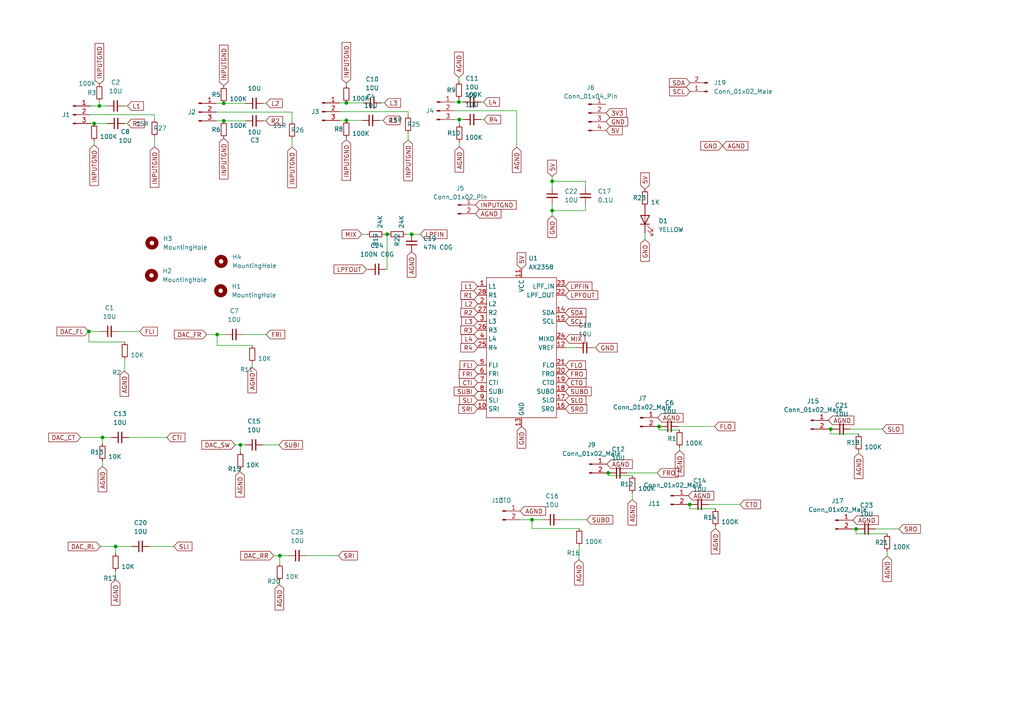
<source format=kicad_sch>
(kicad_sch (version 20230121) (generator eeschema)
  (paper "A4")
  (lib_symbols
    (symbol "Audio:AX2358"
      (property "Reference" "U" (at 0 0 0))
      (property "Value" "AX2358" (at 0 0 0))
      (symbol "AX2358_0_1"
        (polyline (pts (xy -10.16 50.8) (xy -10.16 12.7) (xy 10.16 12.7) (xy 10.16 53.34) (xy -10.16 53.34) (xy -10.16 50.8)))
      )
      (symbol "AX2358_1_1"
        (pin input line (at -12.7 50.8 0) (length 2.54) (name "L1") (number "1"))
        (pin input line (at -12.7 15.24 0) (length 2.54) (name "SRI") (number "10"))
        (pin input line (at 0 55.88 270) (length 2.54) (name "VCC") (number "11"))
        (pin output line (at 12.7 33.02 180) (length 2.54) (name "VREF") (number "12"))
        (pin input line (at 0 10.16 90) (length 2.54) (name "GND") (number "13"))
        (pin bidirectional line (at 12.7 43.18 180) (length 2.54) (name "SDA") (number "14"))
        (pin bidirectional line (at 12.7 40.64 180) (length 2.54) (name "SCL") (number "15"))
        (pin output line (at 12.7 15.24 180) (length 2.54) (name "SRO") (number "16"))
        (pin output line (at 12.7 17.78 180) (length 2.54) (name "SLO") (number "17"))
        (pin output line (at 12.7 20.32 180) (length 2.54) (name "SUBO") (number "18"))
        (pin output line (at 12.7 22.86 180) (length 2.54) (name "CTO") (number "19"))
        (pin input line (at -12.7 45.72 0) (length 2.54) (name "L2") (number "2"))
        (pin output line (at 12.7 25.4 180) (length 2.54) (name "FRO") (number "20"))
        (pin output line (at 12.7 27.94 180) (length 2.54) (name "FLO") (number "21"))
        (pin output line (at 12.7 48.26 180) (length 2.54) (name "LPF_OUT") (number "22"))
        (pin input line (at 12.7 50.8 180) (length 2.54) (name "LPF_IN") (number "23"))
        (pin output line (at 12.7 35.56 180) (length 2.54) (name "MIXO") (number "24"))
        (pin input line (at -12.7 33.02 0) (length 2.54) (name "R4") (number "25"))
        (pin input line (at -12.7 38.1 0) (length 2.54) (name "R3") (number "26"))
        (pin input line (at -12.7 43.18 0) (length 2.54) (name "R2") (number "27"))
        (pin input line (at -12.7 48.26 0) (length 2.54) (name "R1") (number "28"))
        (pin input line (at -12.7 40.64 0) (length 2.54) (name "L3") (number "3"))
        (pin input line (at -12.7 35.56 0) (length 2.54) (name "L4") (number "4"))
        (pin input line (at -12.7 27.94 0) (length 2.54) (name "FLI") (number "5"))
        (pin input line (at -12.7 25.4 0) (length 2.54) (name "FRI") (number "6"))
        (pin input line (at -12.7 22.86 0) (length 2.54) (name "CTI") (number "7"))
        (pin input line (at -12.7 20.32 0) (length 2.54) (name "SUBI") (number "8"))
        (pin input line (at -12.7 17.78 0) (length 2.54) (name "SLI") (number "9"))
      )
    )
    (symbol "Connector:Conn_01x02_Male" (pin_names (offset 1.016) hide)
      (property "Reference" "J" (at 0 2.54 0))
      (property "Value" "Conn_01x02_Male" (at 0 -5.08 0))
      (symbol "Conn_01x02_Male_1_1"
        (polyline (pts (xy 1.27 -2.54) (xy 0.8636 -2.54)) (stroke (width 0.1524)))
        (polyline (pts (xy 1.27 0) (xy 0.8636 0)) (stroke (width 0.1524)))
        (rectangle (start 0.8636 -2.413) (end 0 -2.667) (stroke (width 0.1524)) (fill (type outline)))
        (rectangle (start 0.8636 0.127) (end 0 -0.127) (stroke (width 0.1524)) (fill (type outline)))
        (pin passive line (at 5.08 0 180) (length 3.81) (name "Pin_1") (number "1"))
        (pin passive line (at 5.08 -2.54 180) (length 3.81) (name "Pin_2") (number "2"))
      )
    )
    (symbol "Connector:Conn_01x02_Pin" (pin_names (offset 1.016) hide)
      (property "Reference" "J" (at 0 2.54 0))
      (property "Value" "Conn_01x02_Pin" (at 0 -5.08 0))
      (symbol "Conn_01x02_Pin_1_1"
        (polyline (pts (xy 1.27 -2.54) (xy 0.8636 -2.54)) (stroke (width 0.1524)))
        (polyline (pts (xy 1.27 0) (xy 0.8636 0)) (stroke (width 0.1524)))
        (rectangle (start 0.8636 -2.413) (end 0 -2.667) (stroke (width 0.1524)) (fill (type outline)))
        (rectangle (start 0.8636 0.127) (end 0 -0.127) (stroke (width 0.1524)) (fill (type outline)))
        (pin passive line (at 5.08 0 180) (length 3.81) (name "Pin_1") (number "1"))
        (pin passive line (at 5.08 -2.54 180) (length 3.81) (name "Pin_2") (number "2"))
      )
    )
    (symbol "Connector:Conn_01x03_Pin" (pin_names (offset 1.016) hide)
      (property "Reference" "J" (at 0 5.08 0))
      (property "Value" "Conn_01x03_Pin" (at 0 -5.08 0))
      (symbol "Conn_01x03_Pin_1_1"
        (polyline (pts (xy 1.27 -2.54) (xy 0.8636 -2.54)) (stroke (width 0.1524)))
        (polyline (pts (xy 1.27 0) (xy 0.8636 0)) (stroke (width 0.1524)))
        (polyline (pts (xy 1.27 2.54) (xy 0.8636 2.54)) (stroke (width 0.1524)))
        (rectangle (start 0.8636 -2.413) (end 0 -2.667) (stroke (width 0.1524)) (fill (type outline)))
        (rectangle (start 0.8636 0.127) (end 0 -0.127) (stroke (width 0.1524)) (fill (type outline)))
        (rectangle (start 0.8636 2.667) (end 0 2.413) (stroke (width 0.1524)) (fill (type outline)))
        (pin passive line (at 5.08 2.54 180) (length 3.81) (name "Pin_1") (number "1"))
        (pin passive line (at 5.08 0 180) (length 3.81) (name "Pin_2") (number "2"))
        (pin passive line (at 5.08 -2.54 180) (length 3.81) (name "Pin_3") (number "3"))
      )
    )
    (symbol "Connector:Conn_01x04_Pin" (pin_names (offset 1.016) hide)
      (property "Reference" "J" (at 0 5.08 0))
      (property "Value" "Conn_01x04_Pin" (at 0 -7.62 0))
      (symbol "Conn_01x04_Pin_1_1"
        (polyline (pts (xy 1.27 -5.08) (xy 0.8636 -5.08)) (stroke (width 0.1524)))
        (polyline (pts (xy 1.27 -2.54) (xy 0.8636 -2.54)) (stroke (width 0.1524)))
        (polyline (pts (xy 1.27 0) (xy 0.8636 0)) (stroke (width 0.1524)))
        (polyline (pts (xy 1.27 2.54) (xy 0.8636 2.54)) (stroke (width 0.1524)))
        (rectangle (start 0.8636 -4.953) (end 0 -5.207) (stroke (width 0.1524)) (fill (type outline)))
        (rectangle (start 0.8636 -2.413) (end 0 -2.667) (stroke (width 0.1524)) (fill (type outline)))
        (rectangle (start 0.8636 0.127) (end 0 -0.127) (stroke (width 0.1524)) (fill (type outline)))
        (rectangle (start 0.8636 2.667) (end 0 2.413) (stroke (width 0.1524)) (fill (type outline)))
        (pin passive line (at 5.08 2.54 180) (length 3.81) (name "Pin_1") (number "1"))
        (pin passive line (at 5.08 0 180) (length 3.81) (name "Pin_2") (number "2"))
        (pin passive line (at 5.08 -2.54 180) (length 3.81) (name "Pin_3") (number "3"))
        (pin passive line (at 5.08 -5.08 180) (length 3.81) (name "Pin_4") (number "4"))
      )
    )
    (symbol "Device:C_Small" (pin_numbers hide) (pin_names (offset 0.254) hide)
      (property "Reference" "C" (at 0.254 1.778 0))
      (property "Value" "C_Small" (at 0.254 -2.032 0))
      (symbol "C_Small_0_1"
        (polyline (pts (xy -1.524 -0.508) (xy 1.524 -0.508)) (stroke (width 0.3302)))
        (polyline (pts (xy -1.524 0.508) (xy 1.524 0.508)) (stroke (width 0.3048)))
      )
      (symbol "C_Small_1_1"
        (pin passive line (at 0 2.54 270) (length 2.032) (name "~") (number "1"))
        (pin passive line (at 0 -2.54 90) (length 2.032) (name "~") (number "2"))
      )
    )
    (symbol "Device:LED" (pin_numbers hide) (pin_names (offset 1.016) hide)
      (property "Reference" "D" (at 0 2.54 0))
      (property "Value" "LED" (at 0 -2.54 0))
      (symbol "LED_0_1"
        (polyline (pts (xy -1.27 -1.27) (xy -1.27 1.27)) (stroke (width 0.254)))
        (polyline (pts (xy -1.27 0) (xy 1.27 0)))
        (polyline (pts (xy 1.27 -1.27) (xy 1.27 1.27) (xy -1.27 0) (xy 1.27 -1.27)) (stroke (width 0.254)))
        (polyline (pts (xy -3.048 -0.762) (xy -4.572 -2.286) (xy -3.81 -2.286) (xy -4.572 -2.286) (xy -4.572 -1.524)))
        (polyline (pts (xy -1.778 -0.762) (xy -3.302 -2.286) (xy -2.54 -2.286) (xy -3.302 -2.286) (xy -3.302 -1.524)))
      )
      (symbol "LED_1_1"
        (pin passive line (at -3.81 0 0) (length 2.54) (name "K") (number "1"))
        (pin passive line (at 3.81 0 180) (length 2.54) (name "A") (number "2"))
      )
    )
    (symbol "Device:R_Small" (pin_numbers hide) (pin_names (offset 0.254) hide)
      (property "Reference" "R" (at 0.762 0.508 0))
      (property "Value" "R_Small" (at 0.762 -1.016 0))
      (symbol "R_Small_0_1"
        (rectangle (start -0.762 1.778) (end 0.762 -1.778) (stroke (width 0.2032)))
      )
      (symbol "R_Small_1_1"
        (pin passive line (at 0 2.54 270) (length 0.762) (name "~") (number "1"))
        (pin passive line (at 0 -2.54 90) (length 0.762) (name "~") (number "2"))
      )
    )
    (symbol "Mechanical:MountingHole" (pin_names (offset 1.016))
      (property "Reference" "H" (at 0 5.08 0))
      (property "Value" "MountingHole" (at 0 3.175 0))
      (symbol "MountingHole_0_1"
        (circle (center 0 0) (radius 1.27) (stroke (width 1.27)))
      )
    )
  )
  (junction (at 62.992 97.028))
  (junction (at 100.457 29.845))
  (junction (at 160.147 52.578))
  (junction (at 64.897 35.052))
  (junction (at 28.829 30.734))
  (junction (at 160.147 61.087))
  (junction (at 33.528 158.496))
  (junction (at 112.268 67.945))
  (junction (at 154.305 150.749))
  (junction (at 176.403 137.16))
  (junction (at 133.223 34.671))
  (junction (at 25.781 96.139))
  (junction (at 64.897 29.972))
  (junction (at 81.153 161.163))
  (junction (at 240.919 124.46))
  (junction (at 133.096 29.591))
  (junction (at 100.457 34.925))
  (junction (at 69.723 129.032))
  (junction (at 191.135 123.698))
  (junction (at 119.38 67.945))
  (junction (at 248.285 153.416))
  (junction (at 29.718 126.873))
  (junction (at 200.025 146.304))
  (junction (at 27.305 35.814))
  (wire (pts (xy 100.457 24.13) (xy 100.457 24.765)))
  (wire (pts (xy 29.718 126.873) (xy 29.718 128.651)))
  (wire (pts (xy 69.596 136.779) (xy 69.723 136.144)))
  (wire (pts (xy 62.738 32.512) (xy 84.709 32.512)))
  (wire (pts (xy 183.388 143.002) (xy 183.388 144.907)))
  (wire (pts (xy 69.723 129.032) (xy 69.723 131.064)))
  (wire (pts (xy 207.518 152.654) (xy 207.518 153.289)))
  (wire (pts (xy 98.552 32.385) (xy 118.364 32.385)))
  (wire (pts (xy 112.268 67.945) (xy 111.506 67.945)))
  (wire (pts (xy 84.709 32.512) (xy 84.709 35.179)))
  (wire (pts (xy 81.153 161.163) (xy 79.375 161.163)))
  (wire (pts (xy 64.897 29.972) (xy 62.738 29.972)))
  (wire (pts (xy 197.104 129.794) (xy 197.104 130.683)))
  (wire (pts (xy 31.115 35.814) (xy 27.305 35.814)))
  (wire (pts (xy 25.781 99.187) (xy 36.195 99.187)))
  (wire (pts (xy 62.992 97.028) (xy 59.944 97.028)))
  (wire (pts (xy 119.38 67.945) (xy 117.729 67.945)))
  (wire (pts (xy 105.029 34.925) (xy 100.457 34.925)))
  (wire (pts (xy 133.223 42.545) (xy 133.223 41.148)))
  (wire (pts (xy 257.302 159.893) (xy 257.302 161.29)))
  (wire (pts (xy 28.829 30.734) (xy 26.289 30.734)))
  (wire (pts (xy 100.457 40.513) (xy 100.457 40.005)))
  (wire (pts (xy 140.335 34.671) (xy 139.446 34.671)))
  (wire (pts (xy 62.992 100.203) (xy 73.152 100.203)))
  (wire (pts (xy 160.147 62.611) (xy 160.147 61.087)))
  (wire (pts (xy 121.92 67.945) (xy 119.38 67.945)))
  (wire (pts (xy 248.285 153.416) (xy 247.396 153.416)))
  (wire (pts (xy 27.305 35.814) (xy 26.289 35.814)))
  (wire (pts (xy 205.486 146.304) (xy 214.63 146.304)))
  (wire (pts (xy 140.208 29.591) (xy 139.446 29.591)))
  (wire (pts (xy 176.403 137.16) (xy 176.022 137.16)))
  (wire (pts (xy 33.528 168.148) (xy 33.528 165.608)))
  (wire (pts (xy 157.607 150.749) (xy 154.305 150.749)))
  (wire (pts (xy 33.528 158.496) (xy 33.528 160.528)))
  (wire (pts (xy 36.068 107.569) (xy 36.195 104.267)))
  (wire (pts (xy 200.025 146.304) (xy 199.644 146.304)))
  (wire (pts (xy 36.957 35.814) (xy 36.195 35.814)))
  (wire (pts (xy 154.305 150.749) (xy 154.305 153.289)))
  (wire (pts (xy 172.72 100.838) (xy 172.212 100.838)))
  (wire (pts (xy 81.026 169.545) (xy 81.153 168.529)))
  (wire (pts (xy 36.957 30.734) (xy 36.068 30.734)))
  (wire (pts (xy 191.135 124.714) (xy 197.104 124.714)))
  (wire (pts (xy 169.799 52.578) (xy 160.147 52.578)))
  (wire (pts (xy 76.2 129.032) (xy 80.899 129.032)))
  (wire (pts (xy 25.781 96.139) (xy 25.781 99.187)))
  (wire (pts (xy 88.773 161.163) (xy 98.171 161.163)))
  (wire (pts (xy 248.793 153.416) (xy 248.285 153.416)))
  (wire (pts (xy 134.366 34.671) (xy 133.223 34.671)))
  (wire (pts (xy 25.654 96.139) (xy 25.781 96.139)))
  (wire (pts (xy 200.025 147.574) (xy 207.518 147.574)))
  (wire (pts (xy 32.258 126.873) (xy 29.718 126.873)))
  (wire (pts (xy 81.153 161.163) (xy 81.153 163.449)))
  (wire (pts (xy 240.919 125.857) (xy 249.047 125.857)))
  (wire (pts (xy 134.366 29.591) (xy 133.096 29.591)))
  (wire (pts (xy 160.147 52.578) (xy 160.147 54.229)))
  (wire (pts (xy 133.096 28.702) (xy 133.096 29.591)))
  (wire (pts (xy 28.829 29.464) (xy 28.829 30.734)))
  (wire (pts (xy 118.364 38.608) (xy 118.364 40.64)))
  (wire (pts (xy 167.132 100.838) (xy 163.957 100.838)))
  (wire (pts (xy 71.247 35.052) (xy 64.897 35.052)))
  (wire (pts (xy 196.723 123.698) (xy 207.264 123.698)))
  (wire (pts (xy 131.826 32.131) (xy 149.86 32.131)))
  (wire (pts (xy 168.021 158.369) (xy 167.894 162.306)))
  (wire (pts (xy 73.152 106.553) (xy 73.152 105.283)))
  (wire (pts (xy 162.687 150.749) (xy 170.18 150.749)))
  (wire (pts (xy 62.992 97.028) (xy 62.992 100.203)))
  (wire (pts (xy 149.86 32.131) (xy 149.86 42.672)))
  (wire (pts (xy 44.831 39.751) (xy 44.831 42.545)))
  (wire (pts (xy 176.784 137.16) (xy 176.403 137.16)))
  (wire (pts (xy 106.426 67.945) (xy 104.902 67.945)))
  (wire (pts (xy 83.693 161.163) (xy 81.153 161.163)))
  (wire (pts (xy 100.457 34.925) (xy 98.552 34.925)))
  (wire (pts (xy 160.147 51.181) (xy 160.147 52.578)))
  (wire (pts (xy 27.305 42.037) (xy 27.305 40.894)))
  (wire (pts (xy 133.223 34.671) (xy 131.826 34.671)))
  (wire (pts (xy 65.405 97.028) (xy 62.992 97.028)))
  (wire (pts (xy 241.554 124.46) (xy 240.919 124.46)))
  (wire (pts (xy 160.147 61.087) (xy 169.799 61.087)))
  (wire (pts (xy 112.268 78.105) (xy 111.887 78.105)))
  (wire (pts (xy 133.096 29.591) (xy 131.826 29.591)))
  (wire (pts (xy 111.125 34.925) (xy 110.109 34.925)))
  (wire (pts (xy 43.307 158.496) (xy 50.419 158.496)))
  (wire (pts (xy 71.12 129.032) (xy 69.723 129.032)))
  (wire (pts (xy 33.528 158.496) (xy 29.083 158.496)))
  (wire (pts (xy 133.096 22.479) (xy 133.096 23.622)))
  (wire (pts (xy 71.247 29.972) (xy 64.897 29.972)))
  (wire (pts (xy 191.135 123.698) (xy 191.135 124.714)))
  (wire (pts (xy 191.135 123.698) (xy 190.754 123.698)))
  (wire (pts (xy 118.364 32.385) (xy 118.364 33.528)))
  (wire (pts (xy 77.089 35.052) (xy 76.327 35.052)))
  (wire (pts (xy 112.268 67.945) (xy 112.268 78.105)))
  (wire (pts (xy 70.485 97.028) (xy 77.216 97.028)))
  (wire (pts (xy 169.799 61.087) (xy 169.799 59.309)))
  (wire (pts (xy 111.506 29.845) (xy 110.49 29.845)))
  (wire (pts (xy 160.147 61.087) (xy 160.147 59.309)))
  (wire (pts (xy 176.403 137.16) (xy 176.403 137.922)))
  (wire (pts (xy 29.718 135.255) (xy 29.718 133.731)))
  (wire (pts (xy 106.299 78.105) (xy 106.807 78.105)))
  (wire (pts (xy 248.285 154.813) (xy 257.302 154.813)))
  (wire (pts (xy 187.071 69.469) (xy 187.071 67.564)))
  (wire (pts (xy 100.457 29.845) (xy 98.552 29.845)))
  (wire (pts (xy 84.709 40.259) (xy 84.709 42.672)))
  (wire (pts (xy 176.403 137.922) (xy 183.388 137.922)))
  (wire (pts (xy 112.649 67.945) (xy 112.268 67.945)))
  (wire (pts (xy 64.897 35.052) (xy 62.738 35.052)))
  (wire (pts (xy 37.338 126.873) (xy 48.387 126.873)))
  (wire (pts (xy 69.723 129.032) (xy 68.199 129.032)))
  (wire (pts (xy 38.227 158.496) (xy 33.528 158.496)))
  (wire (pts (xy 191.643 123.698) (xy 191.135 123.698)))
  (wire (pts (xy 34.29 96.139) (xy 40.513 96.139)))
  (wire (pts (xy 29.718 126.873) (xy 23.368 126.873)))
  (wire (pts (xy 200.406 146.304) (xy 200.025 146.304)))
  (wire (pts (xy 248.285 153.416) (xy 248.285 154.813)))
  (wire (pts (xy 26.289 33.274) (xy 44.831 33.274)))
  (wire (pts (xy 30.988 30.734) (xy 28.829 30.734)))
  (wire (pts (xy 200.025 146.304) (xy 200.025 147.574)))
  (wire (pts (xy 240.919 124.46) (xy 240.919 125.857)))
  (wire (pts (xy 133.223 36.068) (xy 133.223 34.671)))
  (wire (pts (xy 246.634 124.46) (xy 255.905 124.46)))
  (wire (pts (xy 154.305 153.289) (xy 168.021 153.289)))
  (wire (pts (xy 105.41 29.845) (xy 100.457 29.845)))
  (wire (pts (xy 253.873 153.416) (xy 260.731 153.416)))
  (wire (pts (xy 249.047 130.937) (xy 249.047 131.445)))
  (wire (pts (xy 44.831 33.274) (xy 44.831 34.671)))
  (wire (pts (xy 169.799 54.229) (xy 169.799 52.578)))
  (wire (pts (xy 25.781 96.139) (xy 29.21 96.139)))
  (wire (pts (xy 77.216 29.972) (xy 76.327 29.972)))
  (wire (pts (xy 240.919 124.46) (xy 240.284 124.46)))
  (wire (pts (xy 181.864 137.16) (xy 190.627 137.16)))
  (wire (pts (xy 154.305 150.749) (xy 150.876 150.749)))
  (global_label "R2" (shape input) (at 138.557 90.678 180) (property "Intersheetrefs" "${INTERSHEET_REFS}" (effects hide)))
  (global_label "AGND" (shape input) (at 150.876 148.209 0) (property "Intersheetrefs" "${INTERSHEET_REFS}" (effects hide)))
  (global_label "LPFIN" (shape input) (at 121.92 67.945 0) (property "Intersheetrefs" "${INTERSHEET_REFS}" (effects hide)))
  (global_label "AGND" (shape input) (at 207.518 153.289 270) (property "Intersheetrefs" "${INTERSHEET_REFS}" (effects hide)))
  (global_label "AGND" (shape input) (at 199.644 143.764 0) (property "Intersheetrefs" "${INTERSHEET_REFS}" (effects hide)))
  (global_label "R1" (shape input) (at 138.557 85.598 180) (property "Intersheetrefs" "${INTERSHEET_REFS}" (effects hide)))
  (global_label "GND" (shape input) (at 187.071 69.469 270) (property "Intersheetrefs" "${INTERSHEET_REFS}" (effects hide)))
  (global_label "INPUTGND" (shape input) (at 44.831 42.545 270) (property "Intersheetrefs" "${INTERSHEET_REFS}" (effects hide)))
  (global_label "FRI" (shape input) (at 138.557 108.458 180) (property "Intersheetrefs" "${INTERSHEET_REFS}" (effects hide)))
  (global_label "L4" (shape input) (at 140.208 29.591 0) (property "Intersheetrefs" "${INTERSHEET_REFS}" (effects hide)))
  (global_label "5V" (shape input) (at 187.071 54.864 90) (property "Intersheetrefs" "${INTERSHEET_REFS}" (effects hide)))
  (global_label "SLI" (shape input) (at 138.557 116.078 180) (property "Intersheetrefs" "${INTERSHEET_REFS}" (effects hide)))
  (global_label "INPUTGND" (shape input) (at 100.457 24.13 90) (property "Intersheetrefs" "${INTERSHEET_REFS}" (effects hide)))
  (global_label "DAC_RR" (shape input) (at -11.684 156.845 0) (property "Intersheetrefs" "${INTERSHEET_REFS}" (effects hide)))
  (global_label "FLI" (shape input) (at 40.513 96.139 0) (property "Intersheetrefs" "${INTERSHEET_REFS}" (effects hide)))
  (global_label "DAC_CT" (shape input) (at -11.811 129.032 0) (property "Intersheetrefs" "${INTERSHEET_REFS}" (effects hide)))
  (global_label "AGND" (shape input) (at 133.223 42.545 270) (property "Intersheetrefs" "${INTERSHEET_REFS}" (effects hide)))
  (global_label "INPUTGND" (shape input) (at 118.364 40.64 270) (property "Intersheetrefs" "${INTERSHEET_REFS}" (effects hide)))
  (global_label "DAC_FL" (shape input) (at -12.573 110.363 0) (property "Intersheetrefs" "${INTERSHEET_REFS}" (effects hide)))
  (global_label "DAC_RL" (shape input) (at -11.684 151.765 0) (property "Intersheetrefs" "${INTERSHEET_REFS}" (effects hide)))
  (global_label "SCL" (shape input) (at 163.957 93.218 0) (property "Intersheetrefs" "${INTERSHEET_REFS}" (effects hide)))
  (global_label "INPUTGND" (shape input) (at 137.922 59.436 0) (property "Intersheetrefs" "${INTERSHEET_REFS}" (effects hide)))
  (global_label "L4" (shape input) (at 138.557 98.298 180) (property "Intersheetrefs" "${INTERSHEET_REFS}" (effects hide)))
  (global_label "AGND" (shape input) (at 257.302 161.29 270) (property "Intersheetrefs" "${INTERSHEET_REFS}" (effects hide)))
  (global_label "5V" (shape input) (at 151.257 77.978 90) (property "Intersheetrefs" "${INTERSHEET_REFS}" (effects hide)))
  (global_label "INPUTGND" (shape input) (at 84.709 42.672 270) (property "Intersheetrefs" "${INTERSHEET_REFS}" (effects hide)))
  (global_label "AGND" (shape input) (at 183.388 144.907 270) (property "Intersheetrefs" "${INTERSHEET_REFS}" (effects hide)))
  (global_label "SLO" (shape input) (at 255.905 124.46 0) (property "Intersheetrefs" "${INTERSHEET_REFS}" (effects hide)))
  (global_label "AGND" (shape input) (at 133.096 22.479 90) (property "Intersheetrefs" "${INTERSHEET_REFS}" (effects hide)))
  (global_label "LPFOUT" (shape input) (at 163.957 85.598 0) (property "Intersheetrefs" "${INTERSHEET_REFS}" (effects hide)))
  (global_label "DAC_FR" (shape input) (at 59.944 97.028 180) (property "Intersheetrefs" "${INTERSHEET_REFS}" (effects hide)))
  (global_label "LPFIN" (shape input) (at 163.957 83.058 0) (property "Intersheetrefs" "${INTERSHEET_REFS}" (effects hide)))
  (global_label "5V" (shape input) (at 160.147 51.181 90) (property "Intersheetrefs" "${INTERSHEET_REFS}" (effects hide)))
  (global_label "AGND" (shape input) (at -11.811 126.492 0) (property "Intersheetrefs" "${INTERSHEET_REFS}" (effects hide)))
  (global_label "AGND" (shape input) (at 176.022 134.62 0) (property "Intersheetrefs" "${INTERSHEET_REFS}" (effects hide)))
  (global_label "AGND" (shape input) (at -12.573 112.903 0) (property "Intersheetrefs" "${INTERSHEET_REFS}" (effects hide)))
  (global_label "DAC_RL" (shape input) (at 29.083 158.496 180) (property "Intersheetrefs" "${INTERSHEET_REFS}" (effects hide)))
  (global_label "R4" (shape input) (at 140.335 34.671 0) (property "Intersheetrefs" "${INTERSHEET_REFS}" (effects hide)))
  (global_label "AGND" (shape input) (at 247.396 150.876 0) (property "Intersheetrefs" "${INTERSHEET_REFS}" (effects hide)))
  (global_label "DAC_FL" (shape input) (at 25.654 96.139 180) (property "Intersheetrefs" "${INTERSHEET_REFS}" (effects hide)))
  (global_label "R3" (shape input) (at 111.125 34.925 0) (property "Intersheetrefs" "${INTERSHEET_REFS}" (effects hide)))
  (global_label "DAC_FR" (shape input) (at -12.573 115.443 0) (property "Intersheetrefs" "${INTERSHEET_REFS}" (effects hide)))
  (global_label "MIX" (shape input) (at 163.957 98.298 0) (property "Intersheetrefs" "${INTERSHEET_REFS}" (effects hide)))
  (global_label "INPUTGND" (shape input) (at 27.305 42.037 270) (property "Intersheetrefs" "${INTERSHEET_REFS}" (effects hide)))
  (global_label "GND" (shape input) (at 209.55 42.291 180) (property "Intersheetrefs" "${INTERSHEET_REFS}" (effects hide)))
  (global_label "3V3" (shape input) (at 175.768 32.766 0) (property "Intersheetrefs" "${INTERSHEET_REFS}" (effects hide)))
  (global_label "INPUTGND" (shape input) (at 64.897 24.892 90) (property "Intersheetrefs" "${INTERSHEET_REFS}" (effects hide)))
  (global_label "L1" (shape input) (at 36.957 30.734 0) (property "Intersheetrefs" "${INTERSHEET_REFS}" (effects hide)))
  (global_label "SLI" (shape input) (at 50.419 158.496 0) (property "Intersheetrefs" "${INTERSHEET_REFS}" (effects hide)))
  (global_label "FRI" (shape input) (at 77.216 97.028 0) (property "Intersheetrefs" "${INTERSHEET_REFS}" (effects hide)))
  (global_label "AGND" (shape input) (at 209.55 42.291 0) (property "Intersheetrefs" "${INTERSHEET_REFS}" (effects hide)))
  (global_label "SUBO" (shape input) (at 163.957 113.538 0) (property "Intersheetrefs" "${INTERSHEET_REFS}" (effects hide)))
  (global_label "AGND" (shape input) (at 240.284 121.92 0) (property "Intersheetrefs" "${INTERSHEET_REFS}" (effects hide)))
  (global_label "R2" (shape input) (at 77.089 35.052 0) (property "Intersheetrefs" "${INTERSHEET_REFS}" (effects hide)))
  (global_label "GND" (shape input) (at 160.147 62.611 270) (property "Intersheetrefs" "${INTERSHEET_REFS}" (effects hide)))
  (global_label "SDA" (shape input) (at 200.152 24.003 180) (property "Intersheetrefs" "${INTERSHEET_REFS}" (effects hide)))
  (global_label "GND" (shape input) (at 151.257 123.698 270) (property "Intersheetrefs" "${INTERSHEET_REFS}" (effects hide)))
  (global_label "AGND" (shape input) (at 33.528 168.148 270) (property "Intersheetrefs" "${INTERSHEET_REFS}" (effects hide)))
  (global_label "AGND" (shape input) (at 81.026 169.545 270) (property "Intersheetrefs" "${INTERSHEET_REFS}" (effects hide)))
  (global_label "L2" (shape input) (at 138.557 88.138 180) (property "Intersheetrefs" "${INTERSHEET_REFS}" (effects hide)))
  (global_label "FRO" (shape input) (at 190.627 137.16 0) (property "Intersheetrefs" "${INTERSHEET_REFS}" (effects hide)))
  (global_label "INPUTGND" (shape input) (at 100.457 40.513 270) (property "Intersheetrefs" "${INTERSHEET_REFS}" (effects hide)))
  (global_label "AGND" (shape input) (at 69.596 136.779 270) (property "Intersheetrefs" "${INTERSHEET_REFS}" (effects hide)))
  (global_label "AGND" (shape input) (at -11.684 149.225 0) (property "Intersheetrefs" "${INTERSHEET_REFS}" (effects hide)))
  (global_label "SDA" (shape input) (at 163.957 90.678 0) (property "Intersheetrefs" "${INTERSHEET_REFS}" (effects hide)))
  (global_label "AGND" (shape input) (at 197.104 130.683 270) (property "Intersheetrefs" "${INTERSHEET_REFS}" (effects hide)))
  (global_label "AGND" (shape input) (at 36.068 107.569 270) (property "Intersheetrefs" "${INTERSHEET_REFS}" (effects hide)))
  (global_label "L3" (shape input) (at 111.506 29.845 0) (property "Intersheetrefs" "${INTERSHEET_REFS}" (effects hide)))
  (global_label "AGND" (shape input) (at 73.152 106.553 270) (property "Intersheetrefs" "${INTERSHEET_REFS}" (effects hide)))
  (global_label "SRO" (shape input) (at 163.957 118.618 0) (property "Intersheetrefs" "${INTERSHEET_REFS}" (effects hide)))
  (global_label "L1" (shape input) (at 138.557 83.058 180) (property "Intersheetrefs" "${INTERSHEET_REFS}" (effects hide)))
  (global_label "AGND" (shape input) (at 29.718 135.255 270) (property "Intersheetrefs" "${INTERSHEET_REFS}" (effects hide)))
  (global_label "DAC_SW" (shape input) (at -11.811 134.112 0) (property "Intersheetrefs" "${INTERSHEET_REFS}" (effects hide)))
  (global_label "AGND" (shape input) (at 137.922 61.976 0) (property "Intersheetrefs" "${INTERSHEET_REFS}" (effects hide)))
  (global_label "INPUTGND" (shape input) (at 64.897 40.132 270) (property "Intersheetrefs" "${INTERSHEET_REFS}" (effects hide)))
  (global_label "AGND" (shape input) (at -11.811 131.572 0) (property "Intersheetrefs" "${INTERSHEET_REFS}" (effects hide)))
  (global_label "SCL" (shape input) (at 200.152 26.543 180) (property "Intersheetrefs" "${INTERSHEET_REFS}" (effects hide)))
  (global_label "SLO" (shape input) (at 163.957 116.078 0) (property "Intersheetrefs" "${INTERSHEET_REFS}" (effects hide)))
  (global_label "L2" (shape input) (at 77.216 29.972 0) (property "Intersheetrefs" "${INTERSHEET_REFS}" (effects hide)))
  (global_label "R4" (shape input) (at 138.557 100.838 180) (property "Intersheetrefs" "${INTERSHEET_REFS}" (effects hide)))
  (global_label "FRO" (shape input) (at 163.957 108.458 0) (property "Intersheetrefs" "${INTERSHEET_REFS}" (effects hide)))
  (global_label "GND" (shape input) (at 175.768 35.306 0) (property "Intersheetrefs" "${INTERSHEET_REFS}" (effects hide)))
  (global_label "AGND" (shape input) (at -11.684 154.305 0) (property "Intersheetrefs" "${INTERSHEET_REFS}" (effects hide)))
  (global_label "L3" (shape input) (at 138.557 93.218 180) (property "Intersheetrefs" "${INTERSHEET_REFS}" (effects hide)))
  (global_label "AGND" (shape input) (at -12.573 107.823 0) (property "Intersheetrefs" "${INTERSHEET_REFS}" (effects hide)))
  (global_label "DAC_RR" (shape input) (at 79.375 161.163 180) (property "Intersheetrefs" "${INTERSHEET_REFS}" (effects hide)))
  (global_label "SRI" (shape input) (at 138.557 118.618 180) (property "Intersheetrefs" "${INTERSHEET_REFS}" (effects hide)))
  (global_label "DAC_SW" (shape input) (at 68.199 129.032 180) (property "Intersheetrefs" "${INTERSHEET_REFS}" (effects hide)))
  (global_label "INPUTGND" (shape input) (at 28.829 24.384 90) (property "Intersheetrefs" "${INTERSHEET_REFS}" (effects hide)))
  (global_label "5V" (shape input) (at 175.768 37.846 0) (property "Intersheetrefs" "${INTERSHEET_REFS}" (effects hide)))
  (global_label "SRI" (shape input) (at 98.171 161.163 0) (property "Intersheetrefs" "${INTERSHEET_REFS}" (effects hide)))
  (global_label "FLO" (shape input) (at 163.957 105.918 0) (property "Intersheetrefs" "${INTERSHEET_REFS}" (effects hide)))
  (global_label "SUBI" (shape input) (at 80.899 129.032 0) (property "Intersheetrefs" "${INTERSHEET_REFS}" (effects hide)))
  (global_label "CTI" (shape input) (at 138.557 110.998 180) (property "Intersheetrefs" "${INTERSHEET_REFS}" (effects hide)))
  (global_label "AGND" (shape input) (at 149.86 42.672 270) (property "Intersheetrefs" "${INTERSHEET_REFS}" (effects hide)))
  (global_label "GND" (shape input) (at 172.72 100.838 0) (property "Intersheetrefs" "${INTERSHEET_REFS}" (effects hide)))
  (global_label "SUBO" (shape input) (at 170.18 150.749 0) (property "Intersheetrefs" "${INTERSHEET_REFS}" (effects hide)))
  (global_label "LPFOUT" (shape input) (at 106.299 78.105 180) (property "Intersheetrefs" "${INTERSHEET_REFS}" (effects hide)))
  (global_label "FLO" (shape input) (at 207.264 123.698 0) (property "Intersheetrefs" "${INTERSHEET_REFS}" (effects hide)))
  (global_label "MIX" (shape input) (at 104.902 67.945 180) (property "Intersheetrefs" "${INTERSHEET_REFS}" (effects hide)))
  (global_label "AGND" (shape input) (at 167.894 162.306 270) (property "Intersheetrefs" "${INTERSHEET_REFS}" (effects hide)))
  (global_label "CTO" (shape input) (at 163.957 110.998 0) (property "Intersheetrefs" "${INTERSHEET_REFS}" (effects hide)))
  (global_label "DAC_CT" (shape input) (at 23.368 126.873 180) (property "Intersheetrefs" "${INTERSHEET_REFS}" (effects hide)))
  (global_label "AGND" (shape input) (at 190.754 121.158 0) (property "Intersheetrefs" "${INTERSHEET_REFS}" (effects hide)))
  (global_label "FLI" (shape input) (at 138.557 105.918 180) (property "Intersheetrefs" "${INTERSHEET_REFS}" (effects hide)))
  (global_label "CTO" (shape input) (at 214.63 146.304 0) (property "Intersheetrefs" "${INTERSHEET_REFS}" (effects hide)))
  (global_label "R3" (shape input) (at 138.557 95.758 180) (property "Intersheetrefs" "${INTERSHEET_REFS}" (effects hide)))
  (global_label "AGND" (shape input) (at 249.047 131.445 270) (property "Intersheetrefs" "${INTERSHEET_REFS}" (effects hide)))
  (global_label "R1" (shape input) (at 36.957 35.814 0) (property "Intersheetrefs" "${INTERSHEET_REFS}" (effects hide)))
  (global_label "SUBI" (shape input) (at 138.557 113.538 180) (property "Intersheetrefs" "${INTERSHEET_REFS}" (effects hide)))
  (global_label "AGND" (shape input) (at 119.38 73.025 270) (property "Intersheetrefs" "${INTERSHEET_REFS}" (effects hide)))
  (global_label "SRO" (shape input) (at 260.731 153.416 0) (property "Intersheetrefs" "${INTERSHEET_REFS}" (effects hide)))
  (global_label "CTI" (shape input) (at 48.387 126.873 0) (property "Intersheetrefs" "${INTERSHEET_REFS}" (effects hide)))
  (symbol (lib_id "Device:C_Small") (at 34.798 126.873 90) (unit 1)
    (property "Reference" "C13" (at 34.8043 120.015 90))
    (property "Value" "10U" (at 34.8043 122.555 90))
    (property "Footprint" "Capacitor_THT:CP_Radial_D5.0mm_P2.50mm" (effects hide))
  )
  (symbol (lib_id "Device:R_Small") (at 108.966 67.945 90) (unit 1)
    (property "Reference" "R19" (at 108.966 71.501 0) (effects (justify left)))
    (property "Value" "24K" (at 110.2359 66.294 0) (effects (justify left)))
    (property "Footprint" "Resistor_SMD:R_0805_2012Metric_Pad1.20x1.40mm_HandSolder" (effects hide))
  )
  (symbol (lib_id "Device:R_Small") (at 133.223 38.608 0) (unit 1)
    (property "Reference" "R10" (at 129.667 38.608 0) (effects (justify left)))
    (property "Value" "100K" (at 134.874 39.8779 0) (effects (justify left)))
    (property "Footprint" "Resistor_SMD:R_0805_2012Metric_Pad1.20x1.40mm_HandSolder" (effects hide))
  )
  (symbol (lib_id "Device:R_Small") (at 28.829 26.924 0) (unit 1)
    (property "Reference" "R3" (at 25.273 26.924 0) (effects (justify left)))
    (property "Value" "100K" (at 22.733 24.257 0) (effects (justify left)))
    (property "Footprint" "Resistor_SMD:R_0805_2012Metric_Pad1.20x1.40mm_HandSolder" (effects hide))
  )
  (symbol (lib_id "Device:R_Small") (at 168.021 155.829 0) (unit 1)
    (property "Reference" "R16" (at 164.338 160.401 0) (effects (justify left)))
    (property "Value" "100K" (at 169.672 157.0989 0) (effects (justify left)))
    (property "Footprint" "Resistor_SMD:R_0805_2012Metric_Pad1.20x1.40mm_HandSolder" (effects hide))
  )
  (symbol (lib_id "Device:C_Small") (at 136.906 29.591 90) (unit 1)
    (property "Reference" "C11" (at 136.9123 22.733 90))
    (property "Value" "10U" (at 136.9123 25.273 90))
    (property "Footprint" "Capacitor_THT:CP_Radial_D5.0mm_P2.50mm" (effects hide))
  )
  (symbol (lib_id "Device:R_Small") (at 84.709 37.719 180) (unit 1)
    (property "Reference" "R26" (at 88.265 37.719 0) (effects (justify left)))
    (property "Value" "15R" (at 83.058 36.4491 0) (effects (justify left)))
    (property "Footprint" "Resistor_SMD:R_0603_1608Metric_Pad0.98x0.95mm_HandSolder" (effects hide))
  )
  (symbol (lib_id "Connector:Conn_01x02_Male") (at 235.204 121.92 0) (unit 1)
    (property "Reference" "J15" (at 235.839 116.332 0))
    (property "Value" "Conn_01x02_Male" (at 235.839 118.872 0))
    (property "Footprint" "Connector_JST:JST_PH_B2B-PH-K_1x02_P2.00mm_Vertical" (effects hide))
  )
  (symbol (lib_id "Device:C_Small") (at 73.787 35.052 90) (unit 1)
    (property "Reference" "C3" (at 73.914 40.64 90))
    (property "Value" "10U" (at 73.787 38.354 90))
    (property "Footprint" "Capacitor_THT:CP_Radial_D5.0mm_P2.50mm" (effects hide))
  )
  (symbol (lib_id "Device:C_Small") (at 31.75 96.139 90) (unit 1)
    (property "Reference" "C1" (at 31.7563 89.281 90))
    (property "Value" "10U" (at 31.7563 91.821 90))
    (property "Footprint" "Capacitor_THT:CP_Radial_D5.0mm_P2.50mm" (effects hide))
  )
  (symbol (lib_id "Connector:Conn_01x03_Pin") (at 21.209 33.274 0) (unit 1)
    (property "Reference" "J1" (at 19.177 33.274 0))
    (property "Value" "Conn_01x03_Pin" (effects hide))
    (property "Footprint" "Connector_JST:JST_PH_B3B-PH-K_1x03_P2.00mm_Vertical" (effects hide))
  )
  (symbol (lib_id "Connector:Conn_01x02_Male") (at 170.942 134.62 0) (unit 1)
    (property "Reference" "J9" (at 171.577 129.032 0))
    (property "Value" "Conn_01x02_Male" (at 171.577 131.572 0))
    (property "Footprint" "Connector_JST:JST_PH_B2B-PH-K_1x02_P2.00mm_Vertical" (effects hide))
  )
  (symbol (lib_id "Device:C_Small") (at 33.655 35.814 90) (unit 1)
    (property "Reference" "C8" (at 36.322 38.227 90))
    (property "Value" "10U" (at 36.322 40.767 90))
    (property "Footprint" "Capacitor_THT:CP_Radial_D5.0mm_P2.50mm" (effects hide))
  )
  (symbol (lib_id "Device:C_Small") (at 107.95 29.845 90) (unit 1)
    (property "Reference" "C10" (at 107.9563 22.987 90))
    (property "Value" "10U" (at 107.9563 25.527 90))
    (property "Footprint" "Capacitor_THT:CP_Radial_D5.0mm_P2.50mm" (effects hide))
  )
  (symbol (lib_id "Device:R_Small") (at 73.152 102.743 0) (unit 1)
    (property "Reference" "R11" (at 69.596 107.188 0) (effects (justify left)))
    (property "Value" "10K" (at 74.803 104.0129 0) (effects (justify left)))
    (property "Footprint" "Resistor_SMD:R_0805_2012Metric_Pad1.20x1.40mm_HandSolder" (effects hide))
  )
  (symbol (lib_id "Connector:Conn_01x03_Pin") (at 57.658 32.512 0) (unit 1)
    (property "Reference" "J2" (at 55.626 32.512 0))
    (property "Value" "Conn_01x03_Pin" (effects hide))
    (property "Footprint" "Connector_JST:JST_PH_B3B-PH-K_1x03_P2.00mm_Vertical" (effects hide))
  )
  (symbol (lib_id "Device:R_Small") (at 115.189 67.945 90) (unit 1)
    (property "Reference" "R22" (at 115.189 71.501 0) (effects (justify left)))
    (property "Value" "24K" (at 116.4589 66.294 0) (effects (justify left)))
    (property "Footprint" "Resistor_SMD:R_0805_2012Metric_Pad1.20x1.40mm_HandSolder" (effects hide))
  )
  (symbol (lib_id "Mechanical:MountingHole") (at 64.135 75.819 0) (unit 1)
    (property "Reference" "H4" (at 67.31 74.5489 0) (effects (justify left)))
    (property "Value" "MountingHole" (at 67.31 77.0889 0) (effects (justify left)))
    (property "Footprint" "MountingHole:MountingHole_3.2mm_M3" (effects hide))
  )
  (symbol (lib_id "Connector:Conn_01x02_Male") (at 145.796 148.209 0) (unit 1)
    (property "Reference" "J13" (at 144.272 145.161 0))
    (property "Value" "CTO" (at 146.431 145.161 0))
    (property "Footprint" "Connector_JST:JST_PH_B2B-PH-K_1x02_P2.00mm_Vertical" (effects hide))
  )
  (symbol (lib_id "Connector:Conn_01x02_Pin") (at 132.842 59.436 0) (unit 1)
    (property "Reference" "J5" (at 133.477 54.61 0))
    (property "Value" "Conn_01x02_Pin" (at 133.477 57.15 0))
    (property "Footprint" "Connector_PinHeader_2.54mm:PinHeader_1x02_P2.54mm_Vertical" (effects hide))
  )
  (symbol (lib_id "Connector:Conn_01x02_Male") (at 242.316 150.876 0) (unit 1)
    (property "Reference" "J17" (at 242.951 145.288 0))
    (property "Value" "Conn_01x02_Male" (at 242.951 147.828 0))
    (property "Footprint" "Connector_JST:JST_PH_B2B-PH-K_1x02_P2.00mm_Vertical" (effects hide))
  )
  (symbol (lib_id "Audio:AX2358") (at 151.257 133.858 0) (unit 1)
    (property "Reference" "U1" (at 153.2764 74.93 0) (effects (justify left)))
    (property "Value" "AX2358" (at 153.2764 77.47 0) (effects (justify left)))
    (property "Footprint" "Package_SO:SOIC-28W_7.5x18.7mm_P1.27mm" (effects hide))
  )
  (symbol (lib_id "Device:R_Small") (at 100.457 27.305 0) (unit 1)
    (property "Reference" "R7" (effects hide))
    (property "Value" "100K" (at 102.108 28.5749 0) (effects (justify left)))
    (property "Footprint" "Resistor_SMD:R_0805_2012Metric_Pad1.20x1.40mm_HandSolder" (effects hide))
  )
  (symbol (lib_id "Device:C_Small") (at 33.528 30.734 90) (unit 1)
    (property "Reference" "C2" (at 33.5343 23.876 90))
    (property "Value" "10U" (at 33.5343 26.416 90))
    (property "Footprint" "Capacitor_THT:CP_Radial_D5.0mm_P2.50mm" (effects hide))
  )
  (symbol (lib_id "Device:C_Small") (at 73.787 29.972 90) (unit 1)
    (property "Reference" "C9" (effects hide))
    (property "Value" "10U" (at 73.7933 25.654 90))
    (property "Footprint" "Capacitor_THT:CP_Radial_D5.0mm_P2.50mm" (effects hide))
  )
  (symbol (lib_id "Device:R_Small") (at 69.723 133.604 0) (unit 1)
    (property "Reference" "R15" (at 66.04 136.017 0) (effects (justify left)))
    (property "Value" "10K" (at 71.374 134.8739 0) (effects (justify left)))
    (property "Footprint" "Resistor_SMD:R_0805_2012Metric_Pad1.20x1.40mm_HandSolder" (effects hide))
  )
  (symbol (lib_id "Mechanical:MountingHole") (at 44.069 70.485 0) (unit 1)
    (property "Reference" "H3" (at 47.244 69.2149 0) (effects (justify left)))
    (property "Value" "MountingHole" (at 47.244 71.7549 0) (effects (justify left)))
    (property "Footprint" "MountingHole:MountingHole_3.2mm_M3" (effects hide))
  )
  (symbol (lib_id "Device:R_Small") (at 27.305 38.354 0) (unit 1)
    (property "Reference" "R4" (effects hide))
    (property "Value" "100K" (at 28.956 39.6239 0) (effects (justify left)))
    (property "Footprint" "Resistor_SMD:R_0805_2012Metric_Pad1.20x1.40mm_HandSolder" (effects hide))
  )
  (symbol (lib_id "Device:C_Small") (at 67.945 97.028 90) (unit 1)
    (property "Reference" "C7" (at 67.9513 90.17 90))
    (property "Value" "10U" (at 67.9513 92.71 90))
    (property "Footprint" "Capacitor_THT:CP_Radial_D5.0mm_P2.50mm" (effects hide))
  )
  (symbol (lib_id "Device:R_Small") (at 118.364 36.068 180) (unit 1)
    (property "Reference" "R25" (at 121.92 36.068 0) (effects (justify left)))
    (property "Value" "15R" (at 116.713 34.7981 0) (effects (justify left)))
    (property "Footprint" "Resistor_SMD:R_0603_1608Metric_Pad0.98x0.95mm_HandSolder" (effects hide))
  )
  (symbol (lib_id "Connector:Conn_01x04_Pin") (at -17.653 110.363 0) (unit 1)
    (property "Reference" "J8" (at -17.018 102.997 0))
    (property "Value" "Conn_01x04_Pin" (at -17.018 105.537 0))
    (property "Footprint" "Connector_JST:JST_PH_B4B-PH-K_1x04_P2.00mm_Vertical" (effects hide))
  )
  (symbol (lib_id "Device:C_Small") (at 40.767 158.496 90) (unit 1)
    (property "Reference" "C20" (at 40.7733 151.638 90))
    (property "Value" "10U" (at 40.7733 154.178 90))
    (property "Footprint" "Capacitor_THT:CP_Radial_D5.0mm_P2.50mm" (effects hide))
  )
  (symbol (lib_id "Device:R_Small") (at 133.096 26.162 0) (unit 1)
    (property "Reference" "R9" (at 129.54 26.162 0) (effects (justify left)))
    (property "Value" "100K" (at 134.747 27.4319 0) (effects (justify left)))
    (property "Footprint" "Resistor_SMD:R_0805_2012Metric_Pad1.20x1.40mm_HandSolder" (effects hide))
  )
  (symbol (lib_id "Device:R_Small") (at 197.104 127.254 0) (unit 1)
    (property "Reference" "R1" (at 193.548 127.254 0) (effects (justify left)))
    (property "Value" "100K" (at 198.755 128.5239 0) (effects (justify left)))
    (property "Footprint" "Resistor_SMD:R_0805_2012Metric_Pad1.20x1.40mm_HandSolder" (effects hide))
  )
  (symbol (lib_id "Device:R_Small") (at 187.071 57.404 0) (unit 1)
    (property "Reference" "R23" (at 183.515 57.404 0) (effects (justify left)))
    (property "Value" "1K" (at 188.722 58.6739 0) (effects (justify left)))
    (property "Footprint" "Resistor_SMD:R_0603_1608Metric_Pad0.98x0.95mm_HandSolder" (effects hide))
  )
  (symbol (lib_id "Device:R_Small") (at 81.153 165.989 0) (unit 1)
    (property "Reference" "R20" (at 77.47 168.656 0) (effects (justify left)))
    (property "Value" "10K" (at 82.804 167.2589 0) (effects (justify left)))
    (property "Footprint" "Resistor_SMD:R_0805_2012Metric_Pad1.20x1.40mm_HandSolder" (effects hide))
  )
  (symbol (lib_id "Device:C_Small") (at 73.66 129.032 90) (unit 1)
    (property "Reference" "C15" (at 73.6663 122.174 90))
    (property "Value" "10U" (at 73.6663 124.714 90))
    (property "Footprint" "Capacitor_THT:CP_Radial_D5.0mm_P2.50mm" (effects hide))
  )
  (symbol (lib_id "Connector:Conn_01x03_Pin") (at 93.472 32.385 0) (unit 1)
    (property "Reference" "J3" (at 91.44 32.385 0))
    (property "Value" "Conn_01x03_Pin" (effects hide))
    (property "Footprint" "Connector_JST:JST_PH_B3B-PH-K_1x03_P2.00mm_Vertical" (effects hide))
  )
  (symbol (lib_id "Device:C_Small") (at 107.569 34.925 90) (unit 1)
    (property "Reference" "C4" (at 107.5753 28.067 90))
    (property "Value" "10U" (at 107.5753 30.607 90))
    (property "Footprint" "Capacitor_THT:CP_Radial_D5.0mm_P2.50mm" (effects hide))
  )
  (symbol (lib_id "Connector:Conn_01x03_Pin") (at 126.746 32.131 0) (unit 1)
    (property "Reference" "J4" (at 124.714 32.131 0))
    (property "Value" "Conn_01x03_Pin" (effects hide))
    (property "Footprint" "Connector_JST:JST_PH_B3B-PH-K_1x03_P2.00mm_Vertical" (effects hide))
  )
  (symbol (lib_id "Device:R_Small") (at 257.302 157.353 0) (unit 1)
    (property "Reference" "R21" (at 253.746 157.353 0) (effects (justify left)))
    (property "Value" "100K" (at 258.953 158.6229 0) (effects (justify left)))
    (property "Footprint" "Resistor_SMD:R_0805_2012Metric_Pad1.20x1.40mm_HandSolder" (effects hide))
  )
  (symbol (lib_id "Device:R_Small") (at 100.457 37.465 0) (unit 1)
    (property "Reference" "R8" (at 96.901 37.465 0) (effects (justify left)))
    (property "Value" "100K" (at 102.108 38.7349 0) (effects (justify left)))
    (property "Footprint" "Resistor_SMD:R_0805_2012Metric_Pad1.20x1.40mm_HandSolder" (effects hide))
  )
  (symbol (lib_id "Device:C_Small") (at 136.906 34.671 90) (unit 1)
    (property "Reference" "C5" (at 136.9123 27.813 90))
    (property "Value" "10U" (at 136.9123 30.353 90))
    (property "Footprint" "Capacitor_THT:CP_Radial_D5.0mm_P2.50mm" (effects hide))
  )
  (symbol (lib_id "Connector:Conn_01x04_Pin") (at 170.688 32.766 0) (unit 1)
    (property "Reference" "J6" (at 171.323 25.4 0))
    (property "Value" "Conn_01x04_Pin" (at 171.323 27.94 0))
    (property "Footprint" "Connector_JST:JST_XH_B4B-XH-A_1x04_P2.50mm_Vertical" (effects hide))
  )
  (symbol (lib_id "Device:R_Small") (at 207.518 150.114 0) (unit 1)
    (property "Reference" "R14" (at 203.962 150.114 0) (effects (justify left)))
    (property "Value" "100K" (at 209.169 151.3839 0) (effects (justify left)))
    (property "Footprint" "Resistor_SMD:R_0805_2012Metric_Pad1.20x1.40mm_HandSolder" (effects hide))
  )
  (symbol (lib_id "Mechanical:MountingHole") (at 64.008 84.328 0) (unit 1)
    (property "Reference" "H1" (at 67.183 83.0579 0) (effects (justify left)))
    (property "Value" "MountingHole" (at 67.183 85.5979 0) (effects (justify left)))
    (property "Footprint" "MountingHole:MountingHole_3.2mm_M3" (effects hide))
  )
  (symbol (lib_id "Device:R_Small") (at 33.528 163.068 0) (unit 1)
    (property "Reference" "R17" (at 29.972 167.767 0) (effects (justify left)))
    (property "Value" "10K" (at 35.179 164.3379 0) (effects (justify left)))
    (property "Footprint" "Resistor_SMD:R_0805_2012Metric_Pad1.20x1.40mm_HandSolder" (effects hide))
  )
  (symbol (lib_id "Device:C_Small") (at 119.38 70.485 180) (unit 1)
    (property "Reference" "C19" (at 122.682 69.2085 0) (effects (justify right)))
    (property "Value" "47N C0G" (at 122.682 71.7485 0) (effects (justify right)))
    (property "Footprint" "Capacitor_SMD:C_1206_3216Metric_Pad1.33x1.80mm_HandSolder" (effects hide))
  )
  (symbol (lib_id "Device:C_Small") (at 109.347 78.105 90) (unit 1)
    (property "Reference" "C24" (at 109.3533 71.247 90))
    (property "Value" "100N C0G" (at 109.3533 73.787 90))
    (property "Footprint" "Capacitor_SMD:C_1206_3216Metric_Pad1.33x1.80mm_HandSolder" (effects hide))
  )
  (symbol (lib_id "Device:C_Small") (at 202.946 146.304 90) (unit 1)
    (property "Reference" "C14" (at 202.9523 139.446 90))
    (property "Value" "10U" (at 202.9523 141.986 90))
    (property "Footprint" "Capacitor_THT:CP_Radial_D5.0mm_P2.50mm" (effects hide))
  )
  (symbol (lib_id "Device:C_Small") (at 194.183 123.698 90) (unit 1)
    (property "Reference" "C6" (at 194.1893 116.84 90))
    (property "Value" "10U" (at 194.1893 119.38 90))
    (property "Footprint" "Capacitor_THT:CP_Radial_D5.0mm_P2.50mm" (effects hide))
  )
  (symbol (lib_id "Device:C_Small") (at 179.324 137.16 90) (unit 1)
    (property "Reference" "C12" (at 179.3303 130.302 90))
    (property "Value" "10U" (at 179.3303 132.842 90))
    (property "Footprint" "Capacitor_THT:CP_Radial_D5.0mm_P2.50mm" (effects hide))
  )
  (symbol (lib_id "Device:R_Small") (at 44.831 37.211 180) (unit 1)
    (property "Reference" "R27" (at 48.387 37.211 0) (effects (justify left)))
    (property "Value" "15R" (at 43.18 35.9411 0) (effects (justify left)))
    (property "Footprint" "Resistor_SMD:R_0603_1608Metric_Pad0.98x0.95mm_HandSolder" (effects hide))
  )
  (symbol (lib_id "Connector:Conn_01x02_Male") (at 205.232 26.543 180) (unit 1)
    (property "Reference" "J19" (at 207.01 24.0029 0) (effects (justify right)))
    (property "Value" "Conn_01x02_Male" (at 207.01 26.5429 0) (effects (justify right)))
    (property "Footprint" "Connector_JST:JST_PH_B2B-PH-K_1x02_P2.00mm_Vertical" (effects hide))
  )
  (symbol (lib_id "Device:R_Small") (at 64.897 37.592 0) (unit 1)
    (property "Reference" "R6" (at 61.341 37.592 0) (effects (justify left)))
    (property "Value" "100K" (at 66.548 36.449 0) (effects (justify left)))
    (property "Footprint" "Resistor_SMD:R_0805_2012Metric_Pad1.20x1.40mm_HandSolder" (effects hide))
  )
  (symbol (lib_id "Device:C_Small") (at 251.333 153.416 90) (unit 1)
    (property "Reference" "C23" (at 251.3393 146.558 90))
    (property "Value" "10U" (at 251.3393 149.098 90))
    (property "Footprint" "Capacitor_THT:CP_Radial_D5.0mm_P2.50mm" (effects hide))
  )
  (symbol (lib_id "Device:C_Small") (at 169.799 56.769 0) (unit 1)
    (property "Reference" "C17" (at 173.355 55.5052 0) (effects (justify left)))
    (property "Value" "0.1U" (at 173.355 58.0452 0) (effects (justify left)))
    (property "Footprint" "Capacitor_SMD:C_0805_2012Metric_Pad1.18x1.45mm_HandSolder" (effects hide))
  )
  (symbol (lib_id "Device:C_Small") (at 160.147 56.769 0) (unit 1)
    (property "Reference" "C22" (at 163.703 55.5052 0) (effects (justify left)))
    (property "Value" "10U" (at 163.703 58.0452 0) (effects (justify left)))
    (property "Footprint" "Capacitor_SMD:C_1206_3216Metric_Pad1.33x1.80mm_HandSolder" (effects hide))
  )
  (symbol (lib_id "Device:LED") (at 187.071 63.754 90) (unit 1)
    (property "Reference" "D1" (at 191.008 64.0714 90) (effects (justify right)))
    (property "Value" "YELLOW" (at 191.008 66.6114 90) (effects (justify right)))
    (property "Footprint" "LED_SMD:LED_0805_2012Metric_Pad1.15x1.40mm_HandSolder" (effects hide))
  )
  (symbol (lib_id "Mechanical:MountingHole") (at 43.942 79.883 0) (unit 1)
    (property "Reference" "H2" (at 47.117 78.6129 0) (effects (justify left)))
    (property "Value" "MountingHole" (at 47.117 81.1529 0) (effects (justify left)))
    (property "Footprint" "MountingHole:MountingHole_3.2mm_M3" (effects hide))
  )
  (symbol (lib_id "Connector:Conn_01x02_Male") (at 185.674 121.158 0) (unit 1)
    (property "Reference" "J7" (at 186.309 115.57 0))
    (property "Value" "Conn_01x02_Male" (at 186.309 118.11 0))
    (property "Footprint" "Connector_JST:JST_PH_B2B-PH-K_1x02_P2.00mm_Vertical" (effects hide))
  )
  (symbol (lib_id "Device:C_Small") (at 244.094 124.46 90) (unit 1)
    (property "Reference" "C21" (at 244.1003 117.602 90))
    (property "Value" "10U" (at 244.1003 120.142 90))
    (property "Footprint" "Capacitor_THT:CP_Radial_D5.0mm_P2.50mm" (effects hide))
  )
  (symbol (lib_id "Device:R_Small") (at 36.195 101.727 0) (unit 1)
    (property "Reference" "R2" (at 32.512 108.077 0) (effects (justify left)))
    (property "Value" "10K" (at 37.846 102.9969 0) (effects (justify left)))
    (property "Footprint" "Resistor_SMD:R_0805_2012Metric_Pad1.20x1.40mm_HandSolder" (effects hide))
  )
  (symbol (lib_id "Connector:Conn_01x04_Pin") (at -16.764 151.765 0) (unit 1)
    (property "Reference" "J12" (at -16.129 144.399 0))
    (property "Value" "Conn_01x04_Pin" (at -16.129 146.939 0))
    (property "Footprint" "Connector_JST:JST_PH_B4B-PH-K_1x04_P2.00mm_Vertical" (effects hide))
  )
  (symbol (lib_id "Connector:Conn_01x02_Male") (at 194.564 143.764 0) (unit 1)
    (property "Reference" "J11" (at 189.738 146.05 0))
    (property "Value" "Conn_01x02_Male" (at 195.199 140.716 0))
    (property "Footprint" "Connector_JST:JST_PH_B2B-PH-K_1x02_P2.00mm_Vertical" (effects hide))
  )
  (symbol (lib_id "Device:C_Small") (at 160.147 150.749 90) (unit 1)
    (property "Reference" "C16" (at 160.1533 143.891 90))
    (property "Value" "10U" (at 160.1533 146.431 90))
    (property "Footprint" "Capacitor_THT:CP_Radial_D5.0mm_P2.50mm" (effects hide))
  )
  (symbol (lib_id "Device:R_Small") (at 249.047 128.397 0) (unit 1)
    (property "Reference" "R18" (at 245.491 128.397 0) (effects (justify left)))
    (property "Value" "100K" (at 250.698 129.6669 0) (effects (justify left)))
    (property "Footprint" "Resistor_SMD:R_0805_2012Metric_Pad1.20x1.40mm_HandSolder" (effects hide))
  )
  (symbol (lib_id "Device:C_Small") (at 169.672 100.838 90) (unit 1)
    (property "Reference" "C18" (at 169.6783 94.361 90))
    (property "Value" "10U" (at 169.6783 96.901 90))
    (property "Footprint" "Capacitor_SMD:C_1206_3216Metric_Pad1.33x1.80mm_HandSolder" (effects hide))
  )
  (symbol (lib_id "Device:R_Small") (at 29.718 131.191 0) (unit 1)
    (property "Reference" "R13" (at 26.162 131.191 0) (effects (justify left)))
    (property "Value" "10K" (at 31.369 132.4609 0) (effects (justify left)))
    (property "Footprint" "Resistor_SMD:R_0805_2012Metric_Pad1.20x1.40mm_HandSolder" (effects hide))
  )
  (symbol (lib_id "Connector:Conn_01x04_Pin") (at -16.891 129.032 0) (unit 1)
    (property "Reference" "J10" (at -16.256 121.666 0))
    (property "Value" "Conn_01x04_Pin" (at -16.256 124.206 0))
    (property "Footprint" "Connector_JST:JST_PH_B4B-PH-K_1x04_P2.00mm_Vertical" (effects hide))
  )
  (symbol (lib_id "Device:R_Small") (at 64.897 27.432 0) (unit 1)
    (property "Reference" "R5" (at 61.341 27.432 0) (effects (justify left)))
    (property "Value" "100K" (at 66.548 28.7019 0) (effects (justify left)))
    (property "Footprint" "Resistor_SMD:R_0805_2012Metric_Pad1.20x1.40mm_HandSolder" (effects hide))
  )
  (symbol (lib_id "Device:R_Small") (at 183.388 140.462 0) (unit 1)
    (property "Reference" "R12" (at 179.832 140.462 0) (effects (justify left)))
    (property "Value" "100K" (at 185.039 141.7319 0) (effects (justify left)))
    (property "Footprint" "Resistor_SMD:R_0805_2012Metric_Pad1.20x1.40mm_HandSolder" (effects hide))
  )
  (symbol (lib_id "Device:C_Small") (at 86.233 161.163 90) (unit 1)
    (property "Reference" "C25" (at 86.2393 154.305 90))
    (property "Value" "10U" (at 86.2393 156.845 90))
    (property "Footprint" "Capacitor_THT:CP_Radial_D5.0mm_P2.50mm" (effects hide))
  )
)
</source>
